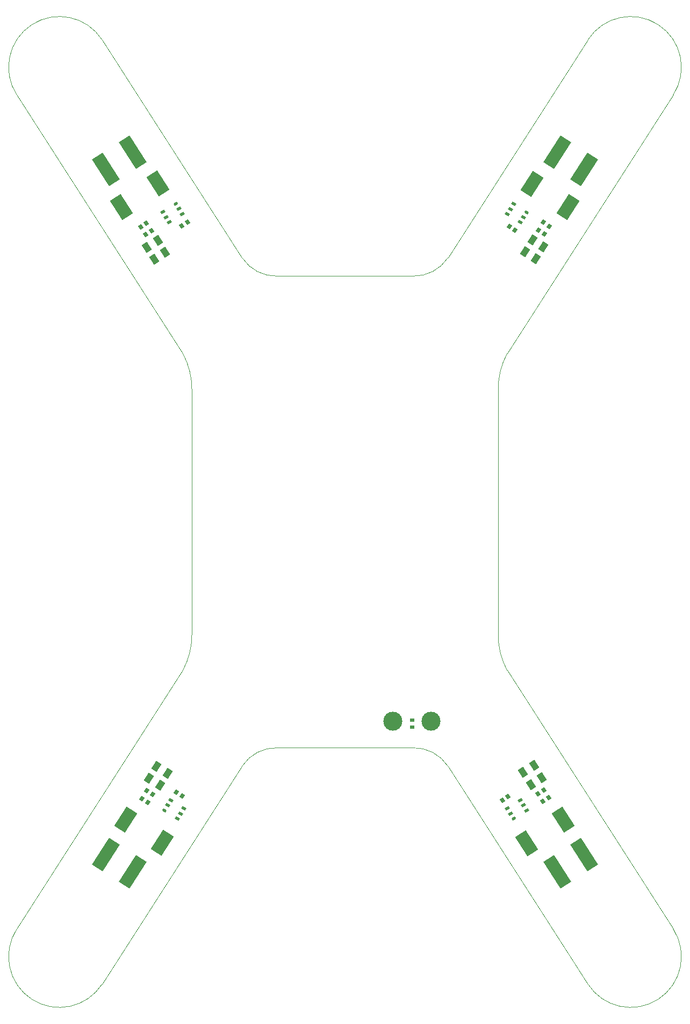
<source format=gbp>
G04 Layer_Color=128*
%FSLAX44Y44*%
%MOMM*%
G71*
G01*
G75*
%ADD13R,0.7000X0.6000*%
%ADD45C,0.1000*%
G04:AMPARAMS|DCode=53|XSize=5mm|YSize=2mm|CornerRadius=0mm|HoleSize=0mm|Usage=FLASHONLY|Rotation=122.735|XOffset=0mm|YOffset=0mm|HoleType=Round|Shape=Rectangle|*
%AMROTATEDRECTD53*
4,1,4,2.1931,-1.5622,0.5107,-2.6437,-2.1931,1.5622,-0.5107,2.6437,2.1931,-1.5622,0.0*
%
%ADD53ROTATEDRECTD53*%

G04:AMPARAMS|DCode=54|XSize=5mm|YSize=2mm|CornerRadius=0mm|HoleSize=0mm|Usage=FLASHONLY|Rotation=57.265|XOffset=0mm|YOffset=0mm|HoleType=Round|Shape=Rectangle|*
%AMROTATEDRECTD54*
4,1,4,-0.5107,-2.6437,-2.1931,-1.5622,0.5107,2.6437,2.1931,1.5622,-0.5107,-2.6437,0.0*
%
%ADD54ROTATEDRECTD54*%

G04:AMPARAMS|DCode=55|XSize=1mm|YSize=1.45mm|CornerRadius=0mm|HoleSize=0mm|Usage=FLASHONLY|Rotation=32.735|XOffset=0mm|YOffset=0mm|HoleType=Round|Shape=Rectangle|*
%AMROTATEDRECTD55*
4,1,4,-0.0285,-0.8802,-0.8126,0.3395,0.0285,0.8802,0.8126,-0.3395,-0.0285,-0.8802,0.0*
%
%ADD55ROTATEDRECTD55*%

G04:AMPARAMS|DCode=56|XSize=1mm|YSize=1.45mm|CornerRadius=0mm|HoleSize=0mm|Usage=FLASHONLY|Rotation=32.735|XOffset=0mm|YOffset=0mm|HoleType=Round|Shape=Rectangle|*
%AMROTATEDRECTD56*
4,1,4,-0.0285,-0.8802,-0.8126,0.3395,0.0285,0.8802,0.8126,-0.3395,-0.0285,-0.8802,0.0*
%
%ADD56ROTATEDRECTD56*%

G04:AMPARAMS|DCode=57|XSize=0.6mm|YSize=0.7mm|CornerRadius=0mm|HoleSize=0mm|Usage=FLASHONLY|Rotation=32.735|XOffset=0mm|YOffset=0mm|HoleType=Round|Shape=Rectangle|*
%AMROTATEDRECTD57*
4,1,4,-0.0631,-0.4566,-0.4416,0.1322,0.0631,0.4566,0.4416,-0.1322,-0.0631,-0.4566,0.0*
%
%ADD57ROTATEDRECTD57*%

G04:AMPARAMS|DCode=58|XSize=1mm|YSize=1.45mm|CornerRadius=0mm|HoleSize=0mm|Usage=FLASHONLY|Rotation=147.265|XOffset=0mm|YOffset=0mm|HoleType=Round|Shape=Rectangle|*
%AMROTATEDRECTD58*
4,1,4,0.8126,0.3395,0.0285,-0.8802,-0.8126,-0.3395,-0.0285,0.8802,0.8126,0.3395,0.0*
%
%ADD58ROTATEDRECTD58*%

G04:AMPARAMS|DCode=59|XSize=0.6mm|YSize=0.7mm|CornerRadius=0mm|HoleSize=0mm|Usage=FLASHONLY|Rotation=147.265|XOffset=0mm|YOffset=0mm|HoleType=Round|Shape=Rectangle|*
%AMROTATEDRECTD59*
4,1,4,0.4416,0.1322,0.0631,-0.4566,-0.4416,-0.1322,-0.0631,0.4566,0.4416,0.1322,0.0*
%
%ADD59ROTATEDRECTD59*%

G04:AMPARAMS|DCode=60|XSize=2mm|YSize=3.6mm|CornerRadius=0mm|HoleSize=0mm|Usage=FLASHONLY|Rotation=32.735|XOffset=0mm|YOffset=0mm|HoleType=Round|Shape=Rectangle|*
%AMROTATEDRECTD60*
4,1,4,0.1322,-2.0549,-1.8145,0.9734,-0.1322,2.0549,1.8145,-0.9734,0.1322,-2.0549,0.0*
%
%ADD60ROTATEDRECTD60*%

G04:AMPARAMS|DCode=61|XSize=2mm|YSize=3.6mm|CornerRadius=0mm|HoleSize=0mm|Usage=FLASHONLY|Rotation=147.265|XOffset=0mm|YOffset=0mm|HoleType=Round|Shape=Rectangle|*
%AMROTATEDRECTD61*
4,1,4,1.8145,0.9734,-0.1322,-2.0549,-1.8145,-0.9734,0.1322,2.0549,1.8145,0.9734,0.0*
%
%ADD61ROTATEDRECTD61*%

G04:AMPARAMS|DCode=62|XSize=0.6mm|YSize=0.7mm|CornerRadius=0mm|HoleSize=0mm|Usage=FLASHONLY|Rotation=32.735|XOffset=0mm|YOffset=0mm|HoleType=Round|Shape=Rectangle|*
%AMROTATEDRECTD62*
4,1,4,-0.0631,-0.4566,-0.4416,0.1322,0.0631,0.4566,0.4416,-0.1322,-0.0631,-0.4566,0.0*
%
%ADD62ROTATEDRECTD62*%

G04:AMPARAMS|DCode=63|XSize=0.7mm|YSize=0.45mm|CornerRadius=0mm|HoleSize=0mm|Usage=FLASHONLY|Rotation=32.735|XOffset=0mm|YOffset=0mm|HoleType=Round|Shape=Rectangle|*
%AMROTATEDRECTD63*
4,1,4,-0.1727,-0.3785,-0.4161,0.0000,0.1727,0.3785,0.4161,0.0000,-0.1727,-0.3785,0.0*
%
%ADD63ROTATEDRECTD63*%

G04:AMPARAMS|DCode=64|XSize=0.7mm|YSize=0.45mm|CornerRadius=0.1575mm|HoleSize=0mm|Usage=FLASHONLY|Rotation=32.735|XOffset=0mm|YOffset=0mm|HoleType=Round|Shape=RoundedRectangle|*
%AMROUNDEDRECTD64*
21,1,0.7000,0.1350,0,0,32.7*
21,1,0.3850,0.4500,0,0,32.7*
1,1,0.3150,0.1984,0.0473*
1,1,0.3150,-0.1254,-0.1609*
1,1,0.3150,-0.1984,-0.0473*
1,1,0.3150,0.1254,0.1609*
%
%ADD64ROUNDEDRECTD64*%
G04:AMPARAMS|DCode=65|XSize=0.7mm|YSize=0.45mm|CornerRadius=0mm|HoleSize=0mm|Usage=FLASHONLY|Rotation=327.265|XOffset=0mm|YOffset=0mm|HoleType=Round|Shape=Rectangle|*
%AMROTATEDRECTD65*
4,1,4,-0.4161,0.0000,-0.1727,0.3785,0.4161,0.0000,0.1727,-0.3785,-0.4161,0.0000,0.0*
%
%ADD65ROTATEDRECTD65*%

G04:AMPARAMS|DCode=66|XSize=0.7mm|YSize=0.45mm|CornerRadius=0.1575mm|HoleSize=0mm|Usage=FLASHONLY|Rotation=327.265|XOffset=0mm|YOffset=0mm|HoleType=Round|Shape=RoundedRectangle|*
%AMROUNDEDRECTD66*
21,1,0.7000,0.1350,0,0,327.3*
21,1,0.3850,0.4500,0,0,327.3*
1,1,0.3150,0.1254,-0.1609*
1,1,0.3150,-0.1984,0.0473*
1,1,0.3150,-0.1254,0.1609*
1,1,0.3150,0.1984,-0.0473*
%
%ADD66ROUNDEDRECTD66*%
%ADD67C,3.0000*%
D13*
X1116200Y1360900D02*
D03*
Y1371900D02*
D03*
D45*
X627198Y2443409D02*
G03*
X492801Y2356591I-67198J-43409D01*
G01*
X847800Y2100300D02*
G03*
X903521Y2071281I53619J34952D01*
G01*
X768700Y1893300D02*
G03*
X754598Y1949357I-118419J12D01*
G01*
X1265402D02*
G03*
X1251300Y1893300I104316J-56045D01*
G01*
X1116479Y2071281D02*
G03*
X1172200Y2100300I2102J63971D01*
G01*
X1527199Y2356591D02*
G03*
X1392802Y2443409I-67199J43409D01*
G01*
X754598Y1450644D02*
G03*
X768700Y1506700I-104316J56045D01*
G01*
X903521Y1328719D02*
G03*
X847800Y1299700I-2102J-63971D01*
G01*
X492801Y1043409D02*
G03*
X627198Y956591I67199J-43409D01*
G01*
X1251300Y1506700D02*
G03*
X1265402Y1450644I118419J-12D01*
G01*
X1172200Y1299700D02*
G03*
X1116479Y1328719I-53619J-34952D01*
G01*
X1392802Y956591D02*
G03*
X1527199Y1043409I67198J43409D01*
G01*
X627294Y2443260D02*
X847778Y2100286D01*
X492801Y2356591D02*
X754596Y1949355D01*
X1265404D02*
X1527199Y2356591D01*
X1172222Y2100286D02*
X1392706Y2443260D01*
X492801Y1043409D02*
X754596Y1450645D01*
X627294Y956740D02*
X847778Y1299714D01*
X1265404Y1450645D02*
X1527199Y1043409D01*
X1172222Y1299714D02*
X1392706Y956740D01*
X903521Y1328719D02*
X1116479D01*
X768700Y1506700D02*
Y1893300D01*
X903521Y2071281D02*
X1116479D01*
X1251300Y1506700D02*
Y1893300D01*
D53*
X1344339Y1133688D02*
D03*
X1386398Y1160725D02*
D03*
X633602Y2239274D02*
D03*
X675661Y2266312D02*
D03*
D54*
Y1133688D02*
D03*
X633602Y1160725D02*
D03*
X1386398Y2239274D02*
D03*
X1344339Y2266312D02*
D03*
D55*
X1290578Y1289757D02*
D03*
X1307822Y1300843D02*
D03*
X714922Y2127643D02*
D03*
X697678Y2116557D02*
D03*
X726722Y2108843D02*
D03*
X709478Y2097757D02*
D03*
D56*
X1302578Y1270857D02*
D03*
X1319822Y1281943D02*
D03*
D57*
X1323127Y1262474D02*
D03*
X1313873Y1256526D02*
D03*
X1331127Y1250174D02*
D03*
X1321873Y1244226D02*
D03*
X695773Y2136926D02*
D03*
X705026Y2142874D02*
D03*
X687874Y2148826D02*
D03*
X697126Y2154774D02*
D03*
X1266926Y1252174D02*
D03*
X1257673Y1246226D02*
D03*
D58*
X730422Y1288257D02*
D03*
X713178Y1299343D02*
D03*
X718422Y1269757D02*
D03*
X701178Y1280843D02*
D03*
X1305278Y2128543D02*
D03*
X1322522Y2117457D02*
D03*
X1293378Y2109943D02*
D03*
X1310622Y2098857D02*
D03*
D59*
X689874Y1248674D02*
D03*
X699127Y1242726D02*
D03*
X697973Y1261074D02*
D03*
X707226Y1255126D02*
D03*
X1324026Y2138026D02*
D03*
X1314774Y2143974D02*
D03*
X1331826Y2149926D02*
D03*
X1322574Y2155874D02*
D03*
X753626Y1253026D02*
D03*
X744373Y1258974D02*
D03*
X1268673Y2149174D02*
D03*
X1277926Y2143226D02*
D03*
D60*
X1353700Y1215386D02*
D03*
X1296500Y1178614D02*
D03*
X657900Y2180114D02*
D03*
X715100Y2216886D02*
D03*
D61*
X664600Y1215886D02*
D03*
X721800Y1179114D02*
D03*
X1361600Y2179864D02*
D03*
X1304400Y2216636D02*
D03*
D62*
X752273Y2150526D02*
D03*
X761526Y2156474D02*
D03*
D63*
X1291094Y1238239D02*
D03*
X1285957Y1246230D02*
D03*
X1265769Y1233252D02*
D03*
X1296231Y1230248D02*
D03*
X1270906Y1225261D02*
D03*
X728106Y2164211D02*
D03*
X733243Y2156220D02*
D03*
X753431Y2169198D02*
D03*
X722969Y2172202D02*
D03*
X748294Y2177189D02*
D03*
D64*
X1276043Y1217270D02*
D03*
X743157Y2185180D02*
D03*
D65*
X751094Y1225261D02*
D03*
X756231Y1233252D02*
D03*
X736043Y1246230D02*
D03*
X745957Y1217270D02*
D03*
X730906Y1238239D02*
D03*
X1271006Y2176889D02*
D03*
X1265869Y2168898D02*
D03*
X1286057Y2155920D02*
D03*
X1276143Y2184880D02*
D03*
X1291194Y2163911D02*
D03*
D66*
X725769Y1230248D02*
D03*
X1296331Y2171902D02*
D03*
D67*
X1085700Y1370400D02*
D03*
X1145700D02*
D03*
M02*

</source>
